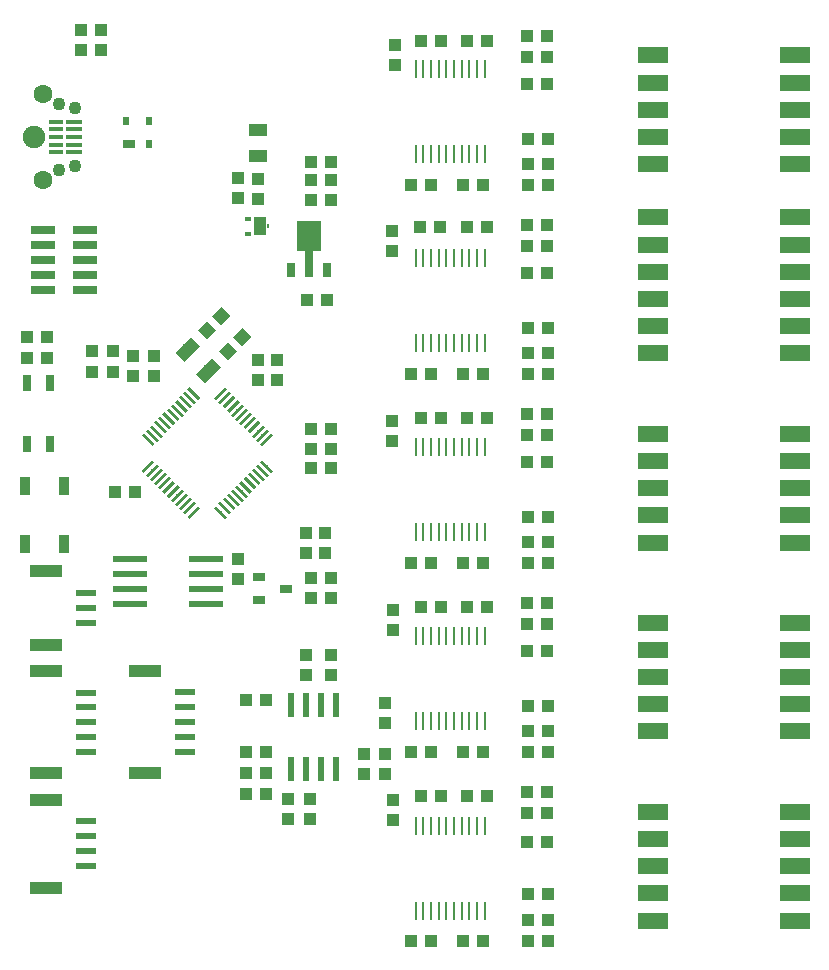
<source format=gbr>
G04 #@! TF.GenerationSoftware,KiCad,Pcbnew,5.0.1-33cea8e~67~ubuntu18.04.1*
G04 #@! TF.CreationDate,2018-11-07T15:18:36-08:00*
G04 #@! TF.ProjectId,fk-atlas,666B2D61746C61732E6B696361645F70,rev?*
G04 #@! TF.SameCoordinates,Original*
G04 #@! TF.FileFunction,Paste,Top*
G04 #@! TF.FilePolarity,Positive*
%FSLAX46Y46*%
G04 Gerber Fmt 4.6, Leading zero omitted, Abs format (unit mm)*
G04 Created by KiCad (PCBNEW 5.0.1-33cea8e~67~ubuntu18.04.1) date Wed 07 Nov 2018 03:18:36 PM PST*
%MOMM*%
%LPD*%
G01*
G04 APERTURE LIST*
%ADD10R,2.500000X1.400000*%
%ADD11C,1.900000*%
%ADD12C,1.600000*%
%ADD13C,1.100000*%
%ADD14R,1.350000X0.400000*%
%ADD15R,1.250000X0.400000*%
%ADD16R,1.100000X1.000000*%
%ADD17R,1.700000X0.600000*%
%ADD18R,2.800000X1.000000*%
%ADD19R,0.700000X1.450000*%
%ADD20R,0.250000X1.500000*%
%ADD21R,0.900000X1.500000*%
%ADD22R,1.000000X1.100000*%
%ADD23C,1.000000*%
%ADD24C,0.100000*%
%ADD25R,1.000000X0.700000*%
%ADD26R,0.600000X0.700000*%
%ADD27R,0.500000X0.400000*%
%ADD28R,1.100000X1.600000*%
%ADD29R,0.250000X0.400000*%
%ADD30R,1.500000X1.000000*%
%ADD31R,2.100000X0.750000*%
%ADD32R,1.050000X0.650000*%
%ADD33C,0.250000*%
%ADD34R,0.800000X1.200000*%
%ADD35R,0.800000X2.200000*%
%ADD36R,2.000000X2.500000*%
%ADD37R,3.000000X0.600000*%
%ADD38R,0.600000X2.000000*%
G04 APERTURE END LIST*
D10*
G04 #@! TO.C,U302*
X170027600Y-74366000D03*
X182027600Y-74366000D03*
X170027600Y-85866000D03*
X170027600Y-83566000D03*
X170027600Y-81266000D03*
X170027600Y-78966000D03*
X170027600Y-76666000D03*
X182027600Y-76666000D03*
X182027600Y-78966000D03*
X182027600Y-81266000D03*
X182027600Y-83566000D03*
X182027600Y-85866000D03*
G04 #@! TD*
D11*
G04 #@! TO.C,J2*
X117607000Y-67564000D03*
D12*
X118382000Y-71189000D03*
X118382000Y-63939000D03*
D13*
X121032000Y-69989000D03*
X121032000Y-65139000D03*
D14*
X120957000Y-68864000D03*
X120957000Y-68214000D03*
X120957000Y-67564000D03*
X120957000Y-66914000D03*
X120957000Y-66264000D03*
D13*
X119707000Y-64764000D03*
X119707000Y-70364000D03*
D15*
X119457000Y-68864000D03*
X119457000Y-68214000D03*
X119457000Y-67564000D03*
X119457000Y-66914000D03*
X119457000Y-66264000D03*
G04 #@! TD*
D16*
G04 #@! TO.C,R204*
X161103500Y-67691000D03*
X159403500Y-67691000D03*
G04 #@! TD*
D17*
G04 #@! TO.C,J5*
X121965000Y-119594000D03*
X121965000Y-118344000D03*
X121965000Y-117094000D03*
X121965000Y-115844000D03*
X121965000Y-114594000D03*
D18*
X118615000Y-121444000D03*
X118615000Y-112744000D03*
G04 #@! TD*
D19*
G04 #@! TO.C,SW1*
X116983000Y-88352000D03*
X116983000Y-93512000D03*
X118983000Y-93512000D03*
X118983000Y-88352000D03*
G04 #@! TD*
D10*
G04 #@! TO.C,U202*
X182027600Y-69850000D03*
X182027600Y-67550000D03*
X182027600Y-65250000D03*
X182027600Y-62950000D03*
X182027600Y-60650000D03*
X170027600Y-60650000D03*
X170027600Y-62950000D03*
X170027600Y-65250000D03*
X170027600Y-67550000D03*
X170027600Y-69850000D03*
G04 #@! TD*
G04 #@! TO.C,U402*
X182027600Y-101896000D03*
X182027600Y-99596000D03*
X182027600Y-97296000D03*
X182027600Y-94996000D03*
X182027600Y-92696000D03*
X170027600Y-92696000D03*
X170027600Y-94996000D03*
X170027600Y-97296000D03*
X170027600Y-99596000D03*
X170027600Y-101896000D03*
G04 #@! TD*
G04 #@! TO.C,U502*
X182022000Y-117882500D03*
X182022000Y-115582500D03*
X182022000Y-113282500D03*
X182022000Y-110982500D03*
X182022000Y-108682500D03*
X170022000Y-108682500D03*
X170022000Y-110982500D03*
X170022000Y-113282500D03*
X170022000Y-115582500D03*
X170022000Y-117882500D03*
G04 #@! TD*
G04 #@! TO.C,U602*
X182022000Y-133900000D03*
X182022000Y-131600000D03*
X182022000Y-129300000D03*
X182022000Y-127000000D03*
X182022000Y-124700000D03*
X170022000Y-124700000D03*
X170022000Y-127000000D03*
X170022000Y-129300000D03*
X170022000Y-131600000D03*
X170022000Y-133900000D03*
G04 #@! TD*
D20*
G04 #@! TO.C,U201*
X149906200Y-68986400D03*
X150556200Y-68986400D03*
X151206200Y-68986400D03*
X151856200Y-68986400D03*
X152506200Y-68986400D03*
X153156200Y-68986400D03*
X153806200Y-68986400D03*
X154456200Y-68986400D03*
X155106200Y-68986400D03*
X155756200Y-68986400D03*
X155756200Y-61786400D03*
X155106200Y-61786400D03*
X154456200Y-61786400D03*
X153806200Y-61786400D03*
X153156200Y-61786400D03*
X152506200Y-61786400D03*
X151856200Y-61786400D03*
X151206200Y-61786400D03*
X150556200Y-61786400D03*
X149906200Y-61786400D03*
G04 #@! TD*
G04 #@! TO.C,U301*
X149912000Y-85013800D03*
X150562000Y-85013800D03*
X151212000Y-85013800D03*
X151862000Y-85013800D03*
X152512000Y-85013800D03*
X153162000Y-85013800D03*
X153812000Y-85013800D03*
X154462000Y-85013800D03*
X155112000Y-85013800D03*
X155762000Y-85013800D03*
X155762000Y-77813800D03*
X155112000Y-77813800D03*
X154462000Y-77813800D03*
X153812000Y-77813800D03*
X153162000Y-77813800D03*
X152512000Y-77813800D03*
X151862000Y-77813800D03*
X151212000Y-77813800D03*
X150562000Y-77813800D03*
X149912000Y-77813800D03*
G04 #@! TD*
G04 #@! TO.C,U401*
X149906200Y-100965000D03*
X150556200Y-100965000D03*
X151206200Y-100965000D03*
X151856200Y-100965000D03*
X152506200Y-100965000D03*
X153156200Y-100965000D03*
X153806200Y-100965000D03*
X154456200Y-100965000D03*
X155106200Y-100965000D03*
X155756200Y-100965000D03*
X155756200Y-93765000D03*
X155106200Y-93765000D03*
X154456200Y-93765000D03*
X153806200Y-93765000D03*
X153156200Y-93765000D03*
X152506200Y-93765000D03*
X151856200Y-93765000D03*
X151206200Y-93765000D03*
X150556200Y-93765000D03*
X149906200Y-93765000D03*
G04 #@! TD*
G04 #@! TO.C,U501*
X149901600Y-116967000D03*
X150551600Y-116967000D03*
X151201600Y-116967000D03*
X151851600Y-116967000D03*
X152501600Y-116967000D03*
X153151600Y-116967000D03*
X153801600Y-116967000D03*
X154451600Y-116967000D03*
X155101600Y-116967000D03*
X155751600Y-116967000D03*
X155751600Y-109767000D03*
X155101600Y-109767000D03*
X154451600Y-109767000D03*
X153801600Y-109767000D03*
X153151600Y-109767000D03*
X152501600Y-109767000D03*
X151851600Y-109767000D03*
X151201600Y-109767000D03*
X150551600Y-109767000D03*
X149901600Y-109767000D03*
G04 #@! TD*
G04 #@! TO.C,U601*
X149901600Y-133107800D03*
X150551600Y-133107800D03*
X151201600Y-133107800D03*
X151851600Y-133107800D03*
X152501600Y-133107800D03*
X153151600Y-133107800D03*
X153801600Y-133107800D03*
X154451600Y-133107800D03*
X155101600Y-133107800D03*
X155751600Y-133107800D03*
X155751600Y-125907800D03*
X155101600Y-125907800D03*
X154451600Y-125907800D03*
X153801600Y-125907800D03*
X153151600Y-125907800D03*
X152501600Y-125907800D03*
X151851600Y-125907800D03*
X151201600Y-125907800D03*
X150551600Y-125907800D03*
X149901600Y-125907800D03*
G04 #@! TD*
D17*
G04 #@! TO.C,J4*
X121965000Y-108692000D03*
X121965000Y-107442000D03*
X121965000Y-106192000D03*
D18*
X118615000Y-110542000D03*
X118615000Y-104342000D03*
G04 #@! TD*
D21*
G04 #@! TO.C,U5*
X116841000Y-102018000D03*
X120141000Y-102018000D03*
X120141000Y-97118000D03*
X116841000Y-97118000D03*
G04 #@! TD*
D22*
G04 #@! TO.C,C1*
X126009400Y-87819600D03*
X126009400Y-86119600D03*
G04 #@! TD*
G04 #@! TO.C,C2*
X127787400Y-87819600D03*
X127787400Y-86119600D03*
G04 #@! TD*
D23*
G04 #@! TO.C,C3*
X133443041Y-82710959D03*
D24*
G36*
X133478396Y-81968497D02*
X134185503Y-82675604D01*
X133407686Y-83453421D01*
X132700579Y-82746314D01*
X133478396Y-81968497D01*
X133478396Y-81968497D01*
G37*
D23*
X132240959Y-83913041D03*
D24*
G36*
X132276314Y-83170579D02*
X132983421Y-83877686D01*
X132205604Y-84655503D01*
X131498497Y-83948396D01*
X132276314Y-83170579D01*
X132276314Y-83170579D01*
G37*
G04 #@! TD*
D23*
G04 #@! TO.C,C4*
X135221041Y-84488959D03*
D24*
G36*
X135256396Y-83746497D02*
X135963503Y-84453604D01*
X135185686Y-85231421D01*
X134478579Y-84524314D01*
X135256396Y-83746497D01*
X135256396Y-83746497D01*
G37*
D23*
X134018959Y-85691041D03*
D24*
G36*
X134054314Y-84948579D02*
X134761421Y-85655686D01*
X133983604Y-86433503D01*
X133276497Y-85726396D01*
X134054314Y-84948579D01*
X134054314Y-84948579D01*
G37*
G04 #@! TD*
D22*
G04 #@! TO.C,C5*
X136525000Y-88165000D03*
X136525000Y-86465000D03*
G04 #@! TD*
G04 #@! TO.C,C6*
X138176000Y-88165000D03*
X138176000Y-86465000D03*
G04 #@! TD*
G04 #@! TO.C,C7*
X124256800Y-87413200D03*
X124256800Y-85713200D03*
G04 #@! TD*
D16*
G04 #@! TO.C,C8*
X126122800Y-97586800D03*
X124422800Y-97586800D03*
G04 #@! TD*
G04 #@! TO.C,C9*
X141034400Y-95580200D03*
X142734400Y-95580200D03*
G04 #@! TD*
D22*
G04 #@! TO.C,C10*
X134848600Y-72732000D03*
X134848600Y-71032000D03*
G04 #@! TD*
D16*
G04 #@! TO.C,C11*
X142731900Y-69646800D03*
X141031900Y-69646800D03*
G04 #@! TD*
G04 #@! TO.C,C12*
X141034400Y-72910700D03*
X142734400Y-72910700D03*
G04 #@! TD*
D22*
G04 #@! TO.C,C13*
X123268309Y-60177421D03*
X123268309Y-58477421D03*
G04 #@! TD*
D16*
G04 #@! TO.C,C14*
X141034400Y-71234300D03*
X142734400Y-71234300D03*
G04 #@! TD*
G04 #@! TO.C,C15*
X142391500Y-81343500D03*
X140691500Y-81343500D03*
G04 #@! TD*
D22*
G04 #@! TO.C,C16*
X134861300Y-105002700D03*
X134861300Y-103302700D03*
G04 #@! TD*
G04 #@! TO.C,C17*
X142748000Y-113118000D03*
X142748000Y-111418000D03*
G04 #@! TD*
G04 #@! TO.C,C18*
X147320000Y-119800000D03*
X147320000Y-121500000D03*
G04 #@! TD*
G04 #@! TO.C,C19*
X145542000Y-119800000D03*
X145542000Y-121500000D03*
G04 #@! TD*
D16*
G04 #@! TO.C,C201*
X155599500Y-71628000D03*
X153899500Y-71628000D03*
G04 #@! TD*
G04 #@! TO.C,C202*
X151197500Y-71628000D03*
X149497500Y-71628000D03*
G04 #@! TD*
G04 #@! TO.C,C203*
X152020600Y-59461400D03*
X150320600Y-59461400D03*
G04 #@! TD*
G04 #@! TO.C,C204*
X154242400Y-59461400D03*
X155942400Y-59461400D03*
G04 #@! TD*
D22*
G04 #@! TO.C,C205*
X148158200Y-61464600D03*
X148158200Y-59764600D03*
G04 #@! TD*
D16*
G04 #@! TO.C,C206*
X161047800Y-63055500D03*
X159347800Y-63055500D03*
G04 #@! TD*
G04 #@! TO.C,C301*
X155599500Y-87628000D03*
X153899500Y-87628000D03*
G04 #@! TD*
G04 #@! TO.C,C302*
X151197500Y-87628000D03*
X149497500Y-87628000D03*
G04 #@! TD*
G04 #@! TO.C,C303*
X151995200Y-75209400D03*
X150295200Y-75209400D03*
G04 #@! TD*
G04 #@! TO.C,C304*
X154267800Y-75209400D03*
X155967800Y-75209400D03*
G04 #@! TD*
D22*
G04 #@! TO.C,C305*
X147904200Y-77212600D03*
X147904200Y-75512600D03*
G04 #@! TD*
D16*
G04 #@! TO.C,C306*
X161034200Y-79057500D03*
X159334200Y-79057500D03*
G04 #@! TD*
G04 #@! TO.C,C401*
X155599500Y-103628000D03*
X153899500Y-103628000D03*
G04 #@! TD*
G04 #@! TO.C,C402*
X151197500Y-103628000D03*
X149497500Y-103628000D03*
G04 #@! TD*
G04 #@! TO.C,C403*
X152056200Y-91313000D03*
X150356200Y-91313000D03*
G04 #@! TD*
G04 #@! TO.C,C404*
X154242400Y-91313000D03*
X155942400Y-91313000D03*
G04 #@! TD*
D22*
G04 #@! TO.C,C405*
X147904200Y-93316200D03*
X147904200Y-91616200D03*
G04 #@! TD*
D16*
G04 #@! TO.C,C406*
X161034200Y-95059500D03*
X159334200Y-95059500D03*
G04 #@! TD*
G04 #@! TO.C,C501*
X155599500Y-119628000D03*
X153899500Y-119628000D03*
G04 #@! TD*
G04 #@! TO.C,C502*
X151197500Y-119628000D03*
X149497500Y-119628000D03*
G04 #@! TD*
G04 #@! TO.C,C503*
X152046000Y-107315000D03*
X150346000Y-107315000D03*
G04 #@! TD*
G04 #@! TO.C,C504*
X154252600Y-107315000D03*
X155952600Y-107315000D03*
G04 #@! TD*
D22*
G04 #@! TO.C,C505*
X148005800Y-109318200D03*
X148005800Y-107618200D03*
G04 #@! TD*
D16*
G04 #@! TO.C,C506*
X161034200Y-111074200D03*
X159334200Y-111074200D03*
G04 #@! TD*
G04 #@! TO.C,C601*
X155599500Y-135628000D03*
X153899500Y-135628000D03*
G04 #@! TD*
G04 #@! TO.C,C602*
X151197500Y-135628000D03*
X149497500Y-135628000D03*
G04 #@! TD*
G04 #@! TO.C,C603*
X152046000Y-123393200D03*
X150346000Y-123393200D03*
G04 #@! TD*
G04 #@! TO.C,C604*
X154252600Y-123393200D03*
X155952600Y-123393200D03*
G04 #@! TD*
D22*
G04 #@! TO.C,C605*
X148031200Y-125396400D03*
X148031200Y-123696400D03*
G04 #@! TD*
D16*
G04 #@! TO.C,C606*
X161047800Y-127254000D03*
X159347800Y-127254000D03*
G04 #@! TD*
G04 #@! TO.C,D4*
X141034400Y-104902000D03*
X142734400Y-104902000D03*
G04 #@! TD*
D25*
G04 #@! TO.C,D5*
X125615000Y-68183000D03*
D26*
X127315000Y-68183000D03*
X127315000Y-66183000D03*
X125415000Y-66183000D03*
G04 #@! TD*
D27*
G04 #@! TO.C,D6*
X135689000Y-74483200D03*
X135689000Y-75783200D03*
D28*
X136739000Y-75133200D03*
D29*
X137414000Y-75133200D03*
G04 #@! TD*
D30*
G04 #@! TO.C,F1*
X136525000Y-69172000D03*
X136525000Y-66972000D03*
G04 #@! TD*
D31*
G04 #@! TO.C,J1*
X118342000Y-80518000D03*
X121942000Y-80518000D03*
X118342000Y-79248000D03*
X121942000Y-79248000D03*
X118342000Y-77978000D03*
X121942000Y-77978000D03*
X118342000Y-76708000D03*
X121942000Y-76708000D03*
X118342000Y-75438000D03*
X121942000Y-75438000D03*
G04 #@! TD*
D22*
G04 #@! TO.C,L1*
X122478800Y-87413200D03*
X122478800Y-85713200D03*
G04 #@! TD*
G04 #@! TO.C,L2*
X136525000Y-72833600D03*
X136525000Y-71133600D03*
G04 #@! TD*
D32*
G04 #@! TO.C,Q4*
X136628459Y-104843393D03*
X136628459Y-106743393D03*
X138928459Y-105793393D03*
G04 #@! TD*
D16*
G04 #@! TO.C,R1*
X118697594Y-86233000D03*
X116997594Y-86233000D03*
G04 #@! TD*
G04 #@! TO.C,R2*
X118697594Y-84455000D03*
X116997594Y-84455000D03*
G04 #@! TD*
D22*
G04 #@! TO.C,R4*
X140608469Y-101074303D03*
X140608469Y-102774303D03*
G04 #@! TD*
G04 #@! TO.C,R5*
X142262283Y-102774303D03*
X142262283Y-101074303D03*
G04 #@! TD*
D16*
G04 #@! TO.C,R8*
X142723648Y-93980000D03*
X141023648Y-93980000D03*
G04 #@! TD*
G04 #@! TO.C,R9*
X142723648Y-92297298D03*
X141023648Y-92297298D03*
G04 #@! TD*
D22*
G04 #@! TO.C,R10*
X121541109Y-60177421D03*
X121541109Y-58477421D03*
G04 #@! TD*
D16*
G04 #@! TO.C,R11*
X142734400Y-106553000D03*
X141034400Y-106553000D03*
G04 #@! TD*
D22*
G04 #@! TO.C,R12*
X140970000Y-123610000D03*
X140970000Y-125310000D03*
G04 #@! TD*
D16*
G04 #@! TO.C,R201*
X159403500Y-71628000D03*
X161103500Y-71628000D03*
G04 #@! TD*
G04 #@! TO.C,R202*
X159403500Y-69850000D03*
X161103500Y-69850000D03*
G04 #@! TD*
G04 #@! TO.C,R203*
X161040000Y-58983836D03*
X159340000Y-58983836D03*
G04 #@! TD*
G04 #@! TO.C,R205*
X161040000Y-60761836D03*
X159340000Y-60761836D03*
G04 #@! TD*
G04 #@! TO.C,R301*
X159403500Y-87628000D03*
X161103500Y-87628000D03*
G04 #@! TD*
G04 #@! TO.C,R302*
X159403500Y-85850000D03*
X161103500Y-85850000D03*
G04 #@! TD*
G04 #@! TO.C,R303*
X161040000Y-74983836D03*
X159340000Y-74983836D03*
G04 #@! TD*
G04 #@! TO.C,R304*
X161103500Y-83691000D03*
X159403500Y-83691000D03*
G04 #@! TD*
G04 #@! TO.C,R305*
X161040000Y-76761836D03*
X159340000Y-76761836D03*
G04 #@! TD*
G04 #@! TO.C,R401*
X159403500Y-103628000D03*
X161103500Y-103628000D03*
G04 #@! TD*
G04 #@! TO.C,R402*
X159403500Y-101850000D03*
X161103500Y-101850000D03*
G04 #@! TD*
G04 #@! TO.C,R403*
X161040000Y-90983836D03*
X159340000Y-90983836D03*
G04 #@! TD*
G04 #@! TO.C,R404*
X161103500Y-99691000D03*
X159403500Y-99691000D03*
G04 #@! TD*
G04 #@! TO.C,R405*
X161040000Y-92761836D03*
X159340000Y-92761836D03*
G04 #@! TD*
G04 #@! TO.C,R501*
X159403500Y-119628000D03*
X161103500Y-119628000D03*
G04 #@! TD*
G04 #@! TO.C,R502*
X159403500Y-117850000D03*
X161103500Y-117850000D03*
G04 #@! TD*
G04 #@! TO.C,R503*
X161040000Y-106983836D03*
X159340000Y-106983836D03*
G04 #@! TD*
G04 #@! TO.C,R504*
X161103500Y-115691000D03*
X159403500Y-115691000D03*
G04 #@! TD*
G04 #@! TO.C,R505*
X161040000Y-108761836D03*
X159340000Y-108761836D03*
G04 #@! TD*
G04 #@! TO.C,R601*
X159403500Y-135628000D03*
X161103500Y-135628000D03*
G04 #@! TD*
G04 #@! TO.C,R602*
X159403500Y-133850000D03*
X161103500Y-133850000D03*
G04 #@! TD*
G04 #@! TO.C,R603*
X161040000Y-122983836D03*
X159340000Y-122983836D03*
G04 #@! TD*
G04 #@! TO.C,R604*
X161103500Y-131691000D03*
X159403500Y-131691000D03*
G04 #@! TD*
G04 #@! TO.C,R605*
X161040000Y-124761836D03*
X159340000Y-124761836D03*
G04 #@! TD*
D33*
G04 #@! TO.C,U2*
X131139129Y-89277042D03*
D24*
G36*
X130591121Y-88905811D02*
X130767898Y-88729034D01*
X131687137Y-89648273D01*
X131510360Y-89825050D01*
X130591121Y-88905811D01*
X130591121Y-88905811D01*
G37*
D33*
X130785576Y-89630595D03*
D24*
G36*
X130237568Y-89259364D02*
X130414345Y-89082587D01*
X131333584Y-90001826D01*
X131156807Y-90178603D01*
X130237568Y-89259364D01*
X130237568Y-89259364D01*
G37*
D33*
X130432022Y-89984149D03*
D24*
G36*
X129884014Y-89612918D02*
X130060791Y-89436141D01*
X130980030Y-90355380D01*
X130803253Y-90532157D01*
X129884014Y-89612918D01*
X129884014Y-89612918D01*
G37*
D33*
X130078469Y-90337702D03*
D24*
G36*
X129530461Y-89966471D02*
X129707238Y-89789694D01*
X130626477Y-90708933D01*
X130449700Y-90885710D01*
X129530461Y-89966471D01*
X129530461Y-89966471D01*
G37*
D33*
X129724916Y-90691255D03*
D24*
G36*
X129176908Y-90320024D02*
X129353685Y-90143247D01*
X130272924Y-91062486D01*
X130096147Y-91239263D01*
X129176908Y-90320024D01*
X129176908Y-90320024D01*
G37*
D33*
X129371362Y-91044809D03*
D24*
G36*
X128823354Y-90673578D02*
X129000131Y-90496801D01*
X129919370Y-91416040D01*
X129742593Y-91592817D01*
X128823354Y-90673578D01*
X128823354Y-90673578D01*
G37*
D33*
X129017809Y-91398362D03*
D24*
G36*
X128469801Y-91027131D02*
X128646578Y-90850354D01*
X129565817Y-91769593D01*
X129389040Y-91946370D01*
X128469801Y-91027131D01*
X128469801Y-91027131D01*
G37*
D33*
X128664255Y-91751916D03*
D24*
G36*
X128116247Y-91380685D02*
X128293024Y-91203908D01*
X129212263Y-92123147D01*
X129035486Y-92299924D01*
X128116247Y-91380685D01*
X128116247Y-91380685D01*
G37*
D33*
X128310702Y-92105469D03*
D24*
G36*
X127762694Y-91734238D02*
X127939471Y-91557461D01*
X128858710Y-92476700D01*
X128681933Y-92653477D01*
X127762694Y-91734238D01*
X127762694Y-91734238D01*
G37*
D33*
X127957149Y-92459022D03*
D24*
G36*
X127409141Y-92087791D02*
X127585918Y-91911014D01*
X128505157Y-92830253D01*
X128328380Y-93007030D01*
X127409141Y-92087791D01*
X127409141Y-92087791D01*
G37*
D33*
X127603595Y-92812576D03*
D24*
G36*
X127055587Y-92441345D02*
X127232364Y-92264568D01*
X128151603Y-93183807D01*
X127974826Y-93360584D01*
X127055587Y-92441345D01*
X127055587Y-92441345D01*
G37*
D33*
X127250042Y-93166129D03*
D24*
G36*
X126702034Y-92794898D02*
X126878811Y-92618121D01*
X127798050Y-93537360D01*
X127621273Y-93714137D01*
X126702034Y-92794898D01*
X126702034Y-92794898D01*
G37*
D33*
X127250042Y-95428871D03*
D24*
G36*
X126878811Y-95976879D02*
X126702034Y-95800102D01*
X127621273Y-94880863D01*
X127798050Y-95057640D01*
X126878811Y-95976879D01*
X126878811Y-95976879D01*
G37*
D33*
X127603595Y-95782424D03*
D24*
G36*
X127232364Y-96330432D02*
X127055587Y-96153655D01*
X127974826Y-95234416D01*
X128151603Y-95411193D01*
X127232364Y-96330432D01*
X127232364Y-96330432D01*
G37*
D33*
X127957149Y-96135978D03*
D24*
G36*
X127585918Y-96683986D02*
X127409141Y-96507209D01*
X128328380Y-95587970D01*
X128505157Y-95764747D01*
X127585918Y-96683986D01*
X127585918Y-96683986D01*
G37*
D33*
X128310702Y-96489531D03*
D24*
G36*
X127939471Y-97037539D02*
X127762694Y-96860762D01*
X128681933Y-95941523D01*
X128858710Y-96118300D01*
X127939471Y-97037539D01*
X127939471Y-97037539D01*
G37*
D33*
X128664255Y-96843084D03*
D24*
G36*
X128293024Y-97391092D02*
X128116247Y-97214315D01*
X129035486Y-96295076D01*
X129212263Y-96471853D01*
X128293024Y-97391092D01*
X128293024Y-97391092D01*
G37*
D33*
X129017809Y-97196638D03*
D24*
G36*
X128646578Y-97744646D02*
X128469801Y-97567869D01*
X129389040Y-96648630D01*
X129565817Y-96825407D01*
X128646578Y-97744646D01*
X128646578Y-97744646D01*
G37*
D33*
X129371362Y-97550191D03*
D24*
G36*
X129000131Y-98098199D02*
X128823354Y-97921422D01*
X129742593Y-97002183D01*
X129919370Y-97178960D01*
X129000131Y-98098199D01*
X129000131Y-98098199D01*
G37*
D33*
X129724916Y-97903745D03*
D24*
G36*
X129353685Y-98451753D02*
X129176908Y-98274976D01*
X130096147Y-97355737D01*
X130272924Y-97532514D01*
X129353685Y-98451753D01*
X129353685Y-98451753D01*
G37*
D33*
X130078469Y-98257298D03*
D24*
G36*
X129707238Y-98805306D02*
X129530461Y-98628529D01*
X130449700Y-97709290D01*
X130626477Y-97886067D01*
X129707238Y-98805306D01*
X129707238Y-98805306D01*
G37*
D33*
X130432022Y-98610851D03*
D24*
G36*
X130060791Y-99158859D02*
X129884014Y-98982082D01*
X130803253Y-98062843D01*
X130980030Y-98239620D01*
X130060791Y-99158859D01*
X130060791Y-99158859D01*
G37*
D33*
X130785576Y-98964405D03*
D24*
G36*
X130414345Y-99512413D02*
X130237568Y-99335636D01*
X131156807Y-98416397D01*
X131333584Y-98593174D01*
X130414345Y-99512413D01*
X130414345Y-99512413D01*
G37*
D33*
X131139129Y-99317958D03*
D24*
G36*
X130767898Y-99865966D02*
X130591121Y-99689189D01*
X131510360Y-98769950D01*
X131687137Y-98946727D01*
X130767898Y-99865966D01*
X130767898Y-99865966D01*
G37*
D33*
X133401871Y-99317958D03*
D24*
G36*
X132853863Y-98946727D02*
X133030640Y-98769950D01*
X133949879Y-99689189D01*
X133773102Y-99865966D01*
X132853863Y-98946727D01*
X132853863Y-98946727D01*
G37*
D33*
X133755424Y-98964405D03*
D24*
G36*
X133207416Y-98593174D02*
X133384193Y-98416397D01*
X134303432Y-99335636D01*
X134126655Y-99512413D01*
X133207416Y-98593174D01*
X133207416Y-98593174D01*
G37*
D33*
X134108978Y-98610851D03*
D24*
G36*
X133560970Y-98239620D02*
X133737747Y-98062843D01*
X134656986Y-98982082D01*
X134480209Y-99158859D01*
X133560970Y-98239620D01*
X133560970Y-98239620D01*
G37*
D33*
X134462531Y-98257298D03*
D24*
G36*
X133914523Y-97886067D02*
X134091300Y-97709290D01*
X135010539Y-98628529D01*
X134833762Y-98805306D01*
X133914523Y-97886067D01*
X133914523Y-97886067D01*
G37*
D33*
X134816084Y-97903745D03*
D24*
G36*
X134268076Y-97532514D02*
X134444853Y-97355737D01*
X135364092Y-98274976D01*
X135187315Y-98451753D01*
X134268076Y-97532514D01*
X134268076Y-97532514D01*
G37*
D33*
X135169638Y-97550191D03*
D24*
G36*
X134621630Y-97178960D02*
X134798407Y-97002183D01*
X135717646Y-97921422D01*
X135540869Y-98098199D01*
X134621630Y-97178960D01*
X134621630Y-97178960D01*
G37*
D33*
X135523191Y-97196638D03*
D24*
G36*
X134975183Y-96825407D02*
X135151960Y-96648630D01*
X136071199Y-97567869D01*
X135894422Y-97744646D01*
X134975183Y-96825407D01*
X134975183Y-96825407D01*
G37*
D33*
X135876745Y-96843084D03*
D24*
G36*
X135328737Y-96471853D02*
X135505514Y-96295076D01*
X136424753Y-97214315D01*
X136247976Y-97391092D01*
X135328737Y-96471853D01*
X135328737Y-96471853D01*
G37*
D33*
X136230298Y-96489531D03*
D24*
G36*
X135682290Y-96118300D02*
X135859067Y-95941523D01*
X136778306Y-96860762D01*
X136601529Y-97037539D01*
X135682290Y-96118300D01*
X135682290Y-96118300D01*
G37*
D33*
X136583851Y-96135978D03*
D24*
G36*
X136035843Y-95764747D02*
X136212620Y-95587970D01*
X137131859Y-96507209D01*
X136955082Y-96683986D01*
X136035843Y-95764747D01*
X136035843Y-95764747D01*
G37*
D33*
X136937405Y-95782424D03*
D24*
G36*
X136389397Y-95411193D02*
X136566174Y-95234416D01*
X137485413Y-96153655D01*
X137308636Y-96330432D01*
X136389397Y-95411193D01*
X136389397Y-95411193D01*
G37*
D33*
X137290958Y-95428871D03*
D24*
G36*
X136742950Y-95057640D02*
X136919727Y-94880863D01*
X137838966Y-95800102D01*
X137662189Y-95976879D01*
X136742950Y-95057640D01*
X136742950Y-95057640D01*
G37*
D33*
X137290958Y-93166129D03*
D24*
G36*
X136919727Y-93714137D02*
X136742950Y-93537360D01*
X137662189Y-92618121D01*
X137838966Y-92794898D01*
X136919727Y-93714137D01*
X136919727Y-93714137D01*
G37*
D33*
X136937405Y-92812576D03*
D24*
G36*
X136566174Y-93360584D02*
X136389397Y-93183807D01*
X137308636Y-92264568D01*
X137485413Y-92441345D01*
X136566174Y-93360584D01*
X136566174Y-93360584D01*
G37*
D33*
X136583851Y-92459022D03*
D24*
G36*
X136212620Y-93007030D02*
X136035843Y-92830253D01*
X136955082Y-91911014D01*
X137131859Y-92087791D01*
X136212620Y-93007030D01*
X136212620Y-93007030D01*
G37*
D33*
X136230298Y-92105469D03*
D24*
G36*
X135859067Y-92653477D02*
X135682290Y-92476700D01*
X136601529Y-91557461D01*
X136778306Y-91734238D01*
X135859067Y-92653477D01*
X135859067Y-92653477D01*
G37*
D33*
X135876745Y-91751916D03*
D24*
G36*
X135505514Y-92299924D02*
X135328737Y-92123147D01*
X136247976Y-91203908D01*
X136424753Y-91380685D01*
X135505514Y-92299924D01*
X135505514Y-92299924D01*
G37*
D33*
X135523191Y-91398362D03*
D24*
G36*
X135151960Y-91946370D02*
X134975183Y-91769593D01*
X135894422Y-90850354D01*
X136071199Y-91027131D01*
X135151960Y-91946370D01*
X135151960Y-91946370D01*
G37*
D33*
X135169638Y-91044809D03*
D24*
G36*
X134798407Y-91592817D02*
X134621630Y-91416040D01*
X135540869Y-90496801D01*
X135717646Y-90673578D01*
X134798407Y-91592817D01*
X134798407Y-91592817D01*
G37*
D33*
X134816084Y-90691255D03*
D24*
G36*
X134444853Y-91239263D02*
X134268076Y-91062486D01*
X135187315Y-90143247D01*
X135364092Y-90320024D01*
X134444853Y-91239263D01*
X134444853Y-91239263D01*
G37*
D33*
X134462531Y-90337702D03*
D24*
G36*
X134091300Y-90885710D02*
X133914523Y-90708933D01*
X134833762Y-89789694D01*
X135010539Y-89966471D01*
X134091300Y-90885710D01*
X134091300Y-90885710D01*
G37*
D33*
X134108978Y-89984149D03*
D24*
G36*
X133737747Y-90532157D02*
X133560970Y-90355380D01*
X134480209Y-89436141D01*
X134656986Y-89612918D01*
X133737747Y-90532157D01*
X133737747Y-90532157D01*
G37*
D33*
X133755424Y-89630595D03*
D24*
G36*
X133384193Y-90178603D02*
X133207416Y-90001826D01*
X134126655Y-89082587D01*
X134303432Y-89259364D01*
X133384193Y-90178603D01*
X133384193Y-90178603D01*
G37*
D33*
X133401871Y-89277042D03*
D24*
G36*
X133030640Y-89825050D02*
X132853863Y-89648273D01*
X133773102Y-88729034D01*
X133949879Y-88905811D01*
X133030640Y-89825050D01*
X133030640Y-89825050D01*
G37*
G04 #@! TD*
D34*
G04 #@! TO.C,U3*
X139381100Y-78826300D03*
D35*
X140881100Y-78326300D03*
D34*
X142381100Y-78826300D03*
D36*
X140881100Y-75976300D03*
G04 #@! TD*
D13*
G04 #@! TO.C,Y1*
X130629734Y-85544734D03*
D24*
G36*
X129569074Y-85827577D02*
X130912577Y-84484074D01*
X131690394Y-85261891D01*
X130346891Y-86605394D01*
X129569074Y-85827577D01*
X129569074Y-85827577D01*
G37*
D13*
X132397500Y-87312500D03*
D24*
G36*
X131336840Y-87595343D02*
X132680343Y-86251840D01*
X133458160Y-87029657D01*
X132114657Y-88373160D01*
X131336840Y-87595343D01*
X131336840Y-87595343D01*
G37*
G04 #@! TD*
D17*
G04 #@! TO.C,J6*
X121965000Y-129256000D03*
X121965000Y-128006000D03*
X121965000Y-126756000D03*
X121965000Y-125506000D03*
D18*
X118615000Y-131106000D03*
X118615000Y-123656000D03*
G04 #@! TD*
D17*
G04 #@! TO.C,J7*
X130372400Y-119587900D03*
X130372400Y-118337900D03*
X130372400Y-117087900D03*
X130372400Y-115837900D03*
X130372400Y-114587900D03*
D18*
X127022400Y-121437900D03*
X127022400Y-112737900D03*
G04 #@! TD*
D37*
G04 #@! TO.C,U1*
X125743100Y-107061000D03*
X125743100Y-105791000D03*
X125743100Y-104521000D03*
X125743100Y-103251000D03*
X132143100Y-103251000D03*
X132143100Y-104521000D03*
X132143100Y-105791000D03*
X132143100Y-107061000D03*
G04 #@! TD*
D16*
G04 #@! TO.C,C20*
X135548000Y-119634000D03*
X137248000Y-119634000D03*
G04 #@! TD*
G04 #@! TO.C,C21*
X137248000Y-121412000D03*
X135548000Y-121412000D03*
G04 #@! TD*
D22*
G04 #@! TO.C,R3*
X140589000Y-113118000D03*
X140589000Y-111418000D03*
G04 #@! TD*
D16*
G04 #@! TO.C,R6*
X137248000Y-115189000D03*
X135548000Y-115189000D03*
G04 #@! TD*
D22*
G04 #@! TO.C,R7*
X139065000Y-125310000D03*
X139065000Y-123610000D03*
G04 #@! TD*
D38*
G04 #@! TO.C,U4*
X143129000Y-121064000D03*
X141859000Y-121064000D03*
X140589000Y-121064000D03*
X139319000Y-121064000D03*
X139319000Y-115664000D03*
X140589000Y-115664000D03*
X141859000Y-115664000D03*
X143129000Y-115664000D03*
G04 #@! TD*
D16*
G04 #@! TO.C,R13*
X137248000Y-123190000D03*
X135548000Y-123190000D03*
G04 #@! TD*
D22*
G04 #@! TO.C,R14*
X147320000Y-115482000D03*
X147320000Y-117182000D03*
G04 #@! TD*
M02*

</source>
